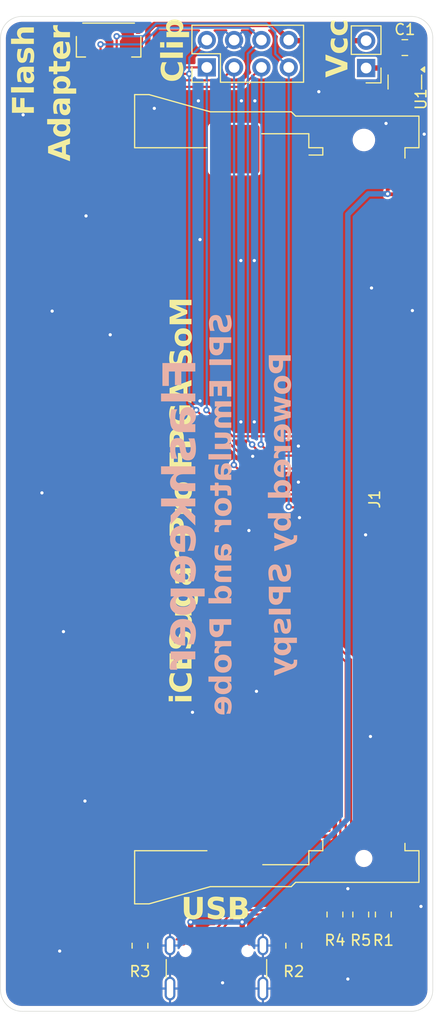
<source format=kicad_pcb>
(kicad_pcb (version 20241229) (generator "pcbnew") (generator_version "9.0")
  (layers (0 "F.Cu" signal) (2 "B.Cu" signal) (13 "F.Paste" user) (15 "B.Paste" user) (5 "F.SilkS" user "F.Silkscreen") (7 "B.SilkS" user "B.Silkscreen") (1 "F.Mask" user) (3 "B.Mask" user) (25 "Edge.Cuts" user))
  (net 0 "")
  (net 1 "+3V3")
  (net 2 "GND")
  (net 8 "CLK")
  (net 10 "+5V")
  (net 49 "Net-(J3-Pin_8)")
  (net 74 "{slash}CS")
  (net 110 "DO")
  (net 117 "DI")
  (net 124 "{slash}HOLD")
  (net 126 "FPGA_D+")
  (net 160 "FPGA_D-")
  (net 181 "Net-(J2-CC2)")
  (net 182 "Net-(J2-D+-PadA6)")
  (net 184 "Net-(J2-CC1)")
  (net 185 "Net-(J2-D--PadA7)")
  (net 187 "{slash}WP")
  (net 188 "FPGA_D+_PULL")
  (footprint "flashkeeper:TE_2328702-8" (layer "F.Cu") (at 82.6 43.225 180)
    (property "Reference" "J4" (hide yes))
    (property "Value" "FFC" (hide yes))
    (pad "1" smd rect (at -3.5 0 180) (size 0.3 0.8) (layers "F.Cu" "F.Mask" "F.Paste") (net 49 "Net-(J3-Pin_8)"))
    (pad "2" smd rect (at -3 0 180) (size 0.3 0.8) (layers "F.Cu" "F.Mask" "F.Paste") (net 74 "{slash}CS"))
    (pad "3" smd rect (at -2.5 0 180) (size 0.3 0.8) (layers "F.Cu" "F.Mask" "F.Paste") (net 124 "{slash}HOLD"))
    (pad "4" smd rect (at -2 0 180) (size 0.3 0.8) (layers "F.Cu" "F.Mask" "F.Paste") (net 110 "DO"))
    (pad "5" smd rect (at -1.5 0 180) (size 0.3 0.8) (layers "F.Cu" "F.Mask" "F.Paste") (net 187 "{slash}WP"))
    (pad "6" smd rect (at -1 0 180) (size 0.3 0.8) (layers "F.Cu" "F.Mask" "F.Paste") (net 8 "CLK"))
    (pad "7" smd rect (at -0.5 0 180) (size 0.3 0.8) (layers "F.Cu" "F.Mask" "F.Paste") (net 2 "GND"))
    (pad "8" smd rect (at 0 0 180) (size 0.3 0.8) (layers "F.Cu" "F.Mask" "F.Paste") (net 117 "DI"))
    (pad "S1" smd rect (at -4.5 2.5 180) (size 0.4 0.8) (layers "F.Cu" "F.Mask" "F.Paste"))
    (pad "S2" smd rect (at 1 2.5 180) (size 0.4 0.8) (layers "F.Cu" "F.Mask" "F.Paste"))
  )
  (footprint "Resistor_SMD:R_0805_2012Metric" (layer "F.Cu") (at 107.8 123 -90)
    (property "Reference" "R5" (at 2.4 0 180) (layer "F.SilkS"))
    (property "Value" "27")
    (pad "1" smd roundrect (at -0.9125 0 270) (size 1.025 1.4) (layers "F.Cu" "F.Mask" "F.Paste") (roundrect_rratio 0.243902) (net 126 "FPGA_D+"))
    (pad "2" smd roundrect (at 0.9125 0 270) (size 1.025 1.4) (layers "F.Cu" "F.Mask" "F.Paste") (roundrect_rratio 0.243902) (net 182 "Net-(J2-D+-PadA6)"))
  )
  (footprint "Capacitor_SMD:C_0805_2012Metric" (layer "F.Cu") (at 111.9 42.4)
    (property "Reference" "C1" (at 0 -1.68 0) (layer "F.SilkS"))
    (property "Value" "0.1uF")
    (pad "1" smd roundrect (at -0.95 0) (size 1 1.45) (layers "F.Cu" "F.Mask" "F.Paste") (net 1 "+3V3"))
    (pad "2" smd roundrect (at 0.95 0) (size 1 1.45) (layers "F.Cu" "F.Mask" "F.Paste") (net 2 "GND"))
  )
  (footprint "Connector_PinHeader_2.54mm:PinHeader_1x02_P2.54mm_Vertical" (layer "F.Cu") (at 108.3 44.3 180)
    (property "Reference" "JP1" (hide yes))
    (property "Value" "Jumper_2_Bridged")
    (pad "1" thru_hole rect (at 0 0 180) (size 1.7 1.7) (drill 1) (layers "*.Cu" "*.Mask") (net 1 "+3V3"))
    (pad "2" thru_hole circle (at 0 2.54 180) (size 1.7 1.7) (drill 1) (layers "*.Cu" "*.Mask") (net 49 "Net-(J3-Pin_8)"))
  )
  (footprint "Connector_PinHeader_2.54mm:PinHeader_2x04_P2.54mm_Vertical" (layer "F.Cu") (at 93.48 44.24 90)
    (property "Reference" "J3" (hide yes))
    (property "Value" "Header_2x4" (hide yes))
    (pad "1" thru_hole rect (at 0 0 90) (size 1.7 1.7) (drill 1) (layers "*.Cu" "*.Mask") (net 74 "{slash}CS"))
    (pad "2" thru_hole circle (at 2.54 0 90) (size 1.7 1.7) (drill 1) (layers "*.Cu" "*.Mask") (net 110 "DO"))
    (pad "3" thru_hole circle (at 0 2.54 90) (size 1.7 1.7) (drill 1) (layers "*.Cu" "*.Mask") (net 187 "{slash}WP"))
    (pad "4" thru_hole circle (at 2.54 2.54 90) (size 1.7 1.7) (drill 1) (layers "*.Cu" "*.Mask") (net 2 "GND"))
    (pad "5" thru_hole circle (at 0 5.08 90) (size 1.7 1.7) (drill 1) (layers "*.Cu" "*.Mask") (net 117 "DI"))
    (pad "6" thru_hole circle (at 2.54 5.08 90) (size 1.7 1.7) (drill 1) (layers "*.Cu" "*.Mask") (net 8 "CLK"))
    (pad "7" thru_hole circle (at 0 7.62 90) (size 1.7 1.7) (drill 1) (layers "*.Cu" "*.Mask") (net 124 "{slash}HOLD"))
    (pad "8" thru_hole circle (at 2.54 7.62 90) (size 1.7 1.7) (drill 1) (layers "*.Cu" "*.Mask") (net 49 "Net-(J3-Pin_8)"))
  )
  (footprint "Resistor_SMD:R_0805_2012Metric" (layer "F.Cu") (at 105.4 123 -90)
    (property "Reference" "R4" (at 2.4 0 180) (layer "F.SilkS"))
    (property "Value" "27")
    (pad "1" smd roundrect (at -0.9125 0 270) (size 1.025 1.4) (layers "F.Cu" "F.Mask" "F.Paste") (roundrect_rratio 0.243902) (net 160 "FPGA_D-"))
    (pad "2" smd roundrect (at 0.9125 0 270) (size 1.025 1.4) (layers "F.Cu" "F.Mask" "F.Paste") (roundrect_rratio 0.243902) (net 185 "Net-(J2-D--PadA7)"))
  )
  (footprint "Package_TO_SOT_SMD:SOT-23" (layer "F.Cu") (at 111.9 45.6 -90)
    (property "Reference" "U1" (at 1.6 -1.5 90) (layer "F.SilkS"))
    (property "Value" "MCP1700x-330xxTT")
    (pad "1" smd roundrect (at -0.9375 -0.95 270) (size 1.475 0.6) (layers "F.Cu" "F.Mask" "F.Paste") (net 2 "GND"))
    (pad "2" smd roundrect (at -0.9375 0.95 270) (size 1.475 0.6) (layers "F.Cu" "F.Mask" "F.Paste") (net 1 "+3V3"))
    (pad "3" smd roundrect (at 0.9375 0 270) (size 1.475 0.6) (layers "F.Cu" "F.Mask" "F.Paste") (net 10 "+5V"))
  )
  (footprint "Resistor_SMD:R_0805_2012Metric" (layer "F.Cu") (at 87.27 125.9 90)
    (property "Reference" "R3" (at -2.4 0 0) (layer "F.SilkS"))
    (property "Value" "5.1k")
    (pad "1" smd roundrect (at -0.9125 0 90) (size 1.025 1.4) (layers "F.Cu" "F.Mask" "F.Paste") (roundrect_rratio 0.243902) (net 184 "Net-(J2-CC1)"))
    (pad "2" smd roundrect (at 0.9125 0 90) (size 1.025 1.4) (layers "F.Cu" "F.Mask" "F.Paste") (roundrect_rratio 0.243902) (net 2 "GND"))
  )
  (footprint "flashkeeper:USB4215-03-A" (layer "F.Cu") (at 94.38 128.99)
    (property "Reference" "J2" (hide yes))
    (property "Value" "USB_C_Receptacle_USB2.0_16P" (hide yes))
    (pad "" np_thru_hole circle (at -2.89 -2.605) (size 0.65 0.65) (drill 0.65) (layers "*.Cu" "*.Mask"))
    (pad "" np_thru_hole circle (at 2.89 -2.605) (size 0.65 0.65) (drill 0.65) (layers "*.Cu" "*.Mask"))
    (pad "A1" smd roundrect (at -3.2 -3.68) (size 0.6 1.15) (layers "F.Cu" "F.Mask" "F.Paste") (net 2 "GND"))
    (pad "A4" smd roundrect (at -2.4 -3.68) (size 0.6 1.15) (layers "F.Cu" "F.Mask" "F.Paste") (net 10 "+5V"))
    (pad "A5" smd roundrect (at -1.25 -3.68) (size 0.3 1.15) (layers "F.Cu" "F.Mask" "F.Paste") (net 184 "Net-(J2-CC1)"))
    (pad "A6" smd roundrect (at -0.25 -3.68) (size 0.3 1.15) (layers "F.Cu" "F.Mask" "F.Paste") (net 182 "Net-(J2-D+-PadA6)"))
    (pad "A7" smd roundrect (at 0.25 -3.68) (size 0.3 1.15) (layers "F.Cu" "F.Mask" "F.Paste") (net 185 "Net-(J2-D--PadA7)"))
    (pad "A8" smd roundrect (at 1.25 -3.68) (size 0.3 1.15) (layers "F.Cu" "F.Mask" "F.Paste"))
    (pad "A9" smd roundrect (at 2.4 -3.68) (size 0.6 1.15) (layers "F.Cu" "F.Mask" "F.Paste") (net 10 "+5V"))
    (pad "A12" smd roundrect (at 3.2 -3.68) (size 0.6 1.15) (layers "F.Cu" "F.Mask" "F.Paste") (net 2 "GND"))
    (pad "B1" smd roundrect (at 3.2 -3.68) (size 0.6 1.15) (layers "F.Cu" "F.Mask" "F.Paste") (net 2 "GND"))
    (pad "B4" smd roundrect (at 2.4 -3.68) (size 0.6 1.15) (layers "F.Cu" "F.Mask" "F.Paste") (net 10 "+5V"))
    (pad "B5" smd roundrect (at 1.75 -3.68) (size 0.3 1.15) (layers "F.Cu" "F.Mask" "F.Paste") (net 181 "Net-(J2-CC2)"))
    (pad "B6" smd roundrect (at 0.75 -3.68) (size 0.3 1.15) (layers "F.Cu" "F.Mask" "F.Paste") (net 182 "Net-(J2-D+-PadA6)"))
    (pad "B7" smd roundrect (at -0.75 -3.68) (size 0.3 1.15) (layers "F.Cu" "F.Mask" "F.Paste") (net 185 "Net-(J2-D--PadA7)"))
    (pad "B8" smd roundrect (at -1.75 -3.68) (size 0.3 1.15) (layers "F.Cu" "F.Mask" "F.Paste"))
    (pad "B9" smd roundrect (at -2.4 -3.68) (size 0.6 1.15) (layers "F.Cu" "F.Mask" "F.Paste") (net 10 "+5V"))
    (pad "B12" smd roundrect (at -3.2 -3.68) (size 0.6 1.15) (layers "F.Cu" "F.Mask" "F.Paste") (net 2 "GND"))
    (pad "S1" thru_hole oval (at -4.32 -3.105) (size 1 1.8) (drill oval 0.6 1.4) (property pad_prop_heatsink) (layers "*.Cu" "*.Mask" "F.Paste") (net 2 "GND"))
    (pad "S1" thru_hole oval (at -4.32 0.895) (size 1 2.2) (drill oval 0.6 1.8) (property pad_prop_heatsink) (layers "*.Cu" "*.Mask" "F.Paste") (net 2 "GND"))
    (pad "S1" thru_hole oval (at 4.32 -3.105) (size 1 1.8) (drill oval 0.6 1.4) (property pad_prop_heatsink) (layers "*.Cu" "*.Mask" "F.Paste") (net 2 "GND"))
    (pad "S1" thru_hole oval (at 4.32 0.895) (size 1 2.2) (drill oval 0.6 1.8) (property pad_prop_heatsink) (layers "*.Cu" "*.Mask" "F.Paste") (net 2 "GND"))
  )
  (footprint "flashkeeper:TE_DDR2-SODIMM-200_1565918-4" (layer "F.Cu") (at 112.69 84.39)
    (property "Reference" "J1" (at -3.6 0 90) (layer "F.SilkS"))
    (property "Value" "SODIMM-200")
    (pad "" smd roundrect (at -16.6 -32.55) (size 4.6 4.5) (layers "F.Cu" "F.Mask" "F.Paste") (roundrect_rratio 0.056))
    (pad "" smd roundrect (at -16.6 32.55) (size 4.6 4.5) (layers "F.Cu" "F.Mask" "F.Paste") (roundrect_rratio 0.056))
    (pad "" np_thru_hole circle (at -4.6 -33.4) (size 1.6 1.6) (drill 1.6) (layers "*.Cu"))
    (pad "" np_thru_hole circle (at -4.6 33.4) (size 1.1 1.1) (drill 1.1) (layers "*.Cu"))
    (pad "1" smd roundrect (at -8.7 -31.65) (size 2 0.35) (layers "F.Cu" "F.Mask" "F.Paste") (net 2 "GND"))
    (pad "2" smd roundrect (at -0.5 -31.35) (size 2 0.35) (layers "F.Cu" "F.Mask" "F.Paste") (net 10 "+5V"))
    (pad "3" smd roundrect (at -8.7 -31.05) (size 2 0.35) (layers "F.Cu" "F.Mask" "F.Paste") (net 2 "GND"))
    (pad "4" smd roundrect (at -0.5 -30.75) (size 2 0.35) (layers "F.Cu" "F.Mask" "F.Paste") (net 10 "+5V"))
    (pad "5" smd roundrect (at -8.7 -30.45) (size 2 0.35) (layers "F.Cu" "F.Mask" "F.Paste") (net 2 "GND"))
    (pad "6" smd roundrect (at -0.5 -30.15) (size 2 0.35) (layers "F.Cu" "F.Mask" "F.Paste") (net 10 "+5V"))
    (pad "7" smd roundrect (at -8.7 -29.85) (size 2 0.35) (layers "F.Cu" "F.Mask" "F.Paste") (net 2 "GND"))
    (pad "8" smd roundrect (at -0.5 -29.55) (size 2 0.35) (layers "F.Cu" "F.Mask" "F.Paste") (net 10 "+5V"))
    (pad "9" smd roundrect (at -8.7 -29.25) (size 2 0.35) (layers "F.Cu" "F.Mask" "F.Paste") (net 2 "GND"))
    (pad "10" smd roundrect (at -0.5 -28.95) (size 2 0.35) (layers "F.Cu" "F.Mask" "F.Paste") (net 10 "+5V"))
    (pad "11" smd roundrect (at -8.7 -28.65) (size 2 0.35) (layers "F.Cu" "F.Mask" "F.Paste") (net 2 "GND"))
    (pad "12" smd roundrect (at -0.5 -28.35) (size 2 0.35) (layers "F.Cu" "F.Mask" "F.Paste") (net 10 "+5V"))
    (pad "13" smd roundrect (at -8.7 -28.05) (size 2 0.35) (layers "F.Cu" "F.Mask" "F.Paste"))
    (pad "14" smd roundrect (at -0.5 -27.75) (size 2 0.35) (layers "F.Cu" "F.Mask" "F.Paste"))
    (pad "15" smd roundrect (at -8.7 -27.45) (size 2 0.35) (layers "F.Cu" "F.Mask" "F.Paste"))
    (pad "16" smd roundrect (at -0.5 -27.15) (size 2 0.35) (layers "F.Cu" "F.Mask" "F.Paste"))
    (pad "17" smd roundrect (at -8.7 -26.85) (size 2 0.35) (layers "F.Cu" "F.Mask" "F.Paste"))
    (pad "18" smd roundrect (at -0.5 -26.55) (size 2 0.35) (layers "F.Cu" "F.Mask" "F.Paste"))
    (pad "19" smd roundrect (at -8.7 -26.25) (size 2 0.35) (layers "F.Cu" "F.Mask" "F.Paste"))
    (pad "20" smd roundrect (at -0.5 -25.95) (size 2 0.35) (layers "F.Cu" "F.Mask" "F.Paste"))
    (pad "21" smd roundrect (at -8.7 -25.65) (size 2 0.35) (layers "F.Cu" "F.Mask" "F.Paste"))
    (pad "22" smd roundrect (at -0.5 -25.35) (size 2 0.35) (layers "F.Cu" "F.Mask" "F.Paste"))
    (pad "23" smd roundrect (at -8.7 -25.05) (size 2 0.35) (layers "F.Cu" "F.Mask" "F.Paste"))
    (pad "24" smd roundrect (at -0.5 -24.75) (size 2 0.35) (layers "F.Cu" "F.Mask" "F.Paste"))
    (pad "25" smd roundrect (at -8.7 -24.45) (size 2 0.35) (layers "F.Cu" "F.Mask" "F.Paste"))
    (pad "26" smd roundrect (at -0.5 -24.15) (size 2 0.35) (layers "F.Cu" "F.Mask" "F.Paste"))
    (pad "27" smd roundrect (at -8.7 -23.85) (size 2 0.35) (layers "F.Cu" "F.Mask" "F.Paste"))
    (pad "28" smd roundrect (at -0.5 -23.55) (size 2 0.35) (layers "F.Cu" "F.Mask" "F.Paste"))
    (pad "29" smd roundrect (at -8.7 -23.25) (size 2 0.35) (layers "F.Cu" "F.Mask" "F.Paste"))
    (pad "30" smd roundrect (at -0.5 -22.95) (size 2 0.35) (layers "F.Cu" "F.Mask" "F.Paste"))
    (pad "31" smd roundrect (at -8.7 -22.65) (size 2 0.35) (layers "F.Cu" "F.Mask" "F.Paste"))
    (pad "32" smd roundrect (at -0.5 -22.35) (size 2 0.35) (layers "F.Cu" "F.Mask" "F.Paste"))
    (pad "33" smd roundrect (at -8.7 -22.05) (size 2 0.35) (layers "F.Cu" "F.Mask" "F.Paste"))
    (pad "34" smd roundrect (at -0.5 -21.75) (size 2 0.35) (layers "F.Cu" "F.Mask" "F.Paste"))
    (pad "35" smd roundrect (at -8.7 -21.45) (size 2 0.35) (layers "F.Cu" "F.Mask" "F.Paste"))
    (pad "36" smd roundrect (at -0.5 -21.15) (size 2 0.35) (layers "F.Cu" "F.Mask" "F.Paste"))
    (pad "37" smd roundrect (at -8.7 -20.85) (size 2 0.35) (layers "F.Cu" "F.Mask" "F.Paste"))
    (pad "38" smd roundrect (at -0.5 -20.55) (size 2 0.35) (layers "F.Cu" "F.Mask" "F.Paste"))
    (pad "39" smd roundrect (at -8.7 -20.25) (size 2 0.35) (layers "F.Cu" "F.Mask" "F.Paste"))
    (pad "40" smd roundrect (at -0.5 -19.95) (size 2 0.35) (layers "F.Cu" "F.Mask" "F.Paste"))
    (pad "41" smd roundrect (at -8.7 -16.05) (size 2 0.35) (layers "F.Cu" "F.Mask" "F.Paste"))
    (pad "42" smd roundrect (at -0.5 -15.75) (size 2 0.35) (layers "F.Cu" "F.Mask" "F.Paste"))
    (pad "43" smd roundrect (at -8.7 -15.45) (size 2 0.35) (layers "F.Cu" "F.Mask" "F.Paste"))
    (pad "44" smd roundrect (at -0.5 -15.15) (size 2 0.35) (layers "F.Cu" "F.Mask" "F.Paste"))
    (pad "45" smd roundrect (at -8.7 -14.85) (size 2 0.35) (layers "F.Cu" "F.Mask" "F.Paste"))
    (pad "46" smd roundrect (at -0.5 -14.55) (size 2 0.35) (layers "F.Cu" "F.Mask" "F.Paste"))
    (pad "47" smd roundrect (at -8.7 -14.25) (size 2 0.35) (layers "F.Cu" "F.Mask" "F.Paste"))
    (pad "48" smd roundrect (at -0.5 -13.95) (size 2 0.35) (layers "F.Cu" "F.Mask" "F.Paste"))
    (pad "49" smd roundrect (at -8.7 -13.65) (size 2 0.35) (layers "F.Cu" "F.Mask" "F.Paste"))
    (pad "50" smd roundrect (at -0.5 -13.35) (size 2 0.35) (layers "F.Cu" "F.Mask" "F.Paste"))
    (pad "51" smd roundrect (at -8.7 -13.05) (size 2 0.35) (layers "F.Cu" "F.Mask" "F.Paste"))
    (pad "52" smd roundrect (at -0.5 -12.75) (size 2 0.35) (layers "F.Cu" "F.Mask" "F.Paste"))
    (pad "53" smd roundrect (at -8.7 -12.45) (size 2 0.35) (layers "F.Cu" "F.Mask" "F.Paste"))
    (pad "54" smd roundrect (at -0.5 -12.15) (size 2 0.35) (layers "F.Cu" "F.Mask" "F.Paste"))
    (pad "55" smd roundrect (at -8.7 -11.85) (size 2 0.35) (layers "F.Cu" "F.Mask" "F.Paste") (net 2 "GND"))
    (pad "56" smd roundrect (at -0.5 -11.55) (size 2 0.35) (layers "F.Cu" "F.Mask" "F.Paste") (net 2 "GND"))
    (pad "57" smd roundrect (at -8.7 -11.25) (size 2 0.35) (layers "F.Cu" "F.Mask" "F.Paste"))
    (pad "58" smd roundrect (at -0.5 -10.95) (size 2 0.35) (layers "F.Cu" "F.Mask" "F.Paste"))
    (pad "59" smd roundrect (at -8.7 -10.65) (size 2 0.35) (layers "F.Cu" "F.Mask" "F.Paste"))
    (pad "60" smd roundrect (at -0.5 -10.35) (size 2 0.35) (layers "F.Cu" "F.Mask" "F.Paste"))
    (pad "61" smd roundrect (at -8.7 -10.05) (size 2 0.35) (layers "F.Cu" "F.Mask" "F.Paste"))
    (pad "62" smd roundrect (at -0.5 -9.75) (size 2 0.35) (layers "F.Cu" "F.Mask" "F.Paste"))
    (pad "63" smd roundrect (at -8.7 -9.45) (size 2 0.35) (layers "F.Cu" "F.Mask" "F.Paste"))
    (pad "64" smd roundrect (at -0.5 -9.15) (size 2 0.35) (layers "F.Cu" "F.Mask" "F.Paste"))
    (pad "65" smd roundrect (at -8.7 -8.85) (size 2 0.35) (layers "F.Cu" "F.Mask" "F.Paste"))
    (pad "66" smd roundrect (at -0.5 -8.55) (size 2 0.35) (layers "F.Cu" "F.Mask" "F.Paste"))
    (pad "67" smd roundrect (at -8.7 -8.25) (size 2 0.35) (layers "F.Cu" "F.Mask" "F.Paste"))
    (pad "68" smd roundrect (at -0.5 -7.95) (size 2 0.35) (layers "F.Cu" "F.Mask" "F.Paste"))
    (pad "69" smd roundrect (at -8.7 -7.65) (size 2 0.35) (layers "F.Cu" "F.Mask" "F.Paste"))
    (pad "70" smd roundrect (at -0.5 -7.35) (size 2 0.35) (layers "F.Cu" "F.Mask" "F.Paste"))
    (pad "71" smd roundrect (at -8.7 -7.05) (size 2 0.35) (layers "F.Cu" "F.Mask" "F.Paste"))
    (pad "72" smd roundrect (at -0.5 -6.75) (size 2 0.35) (layers "F.Cu" "F.Mask" "F.Paste"))
    (pad "73" smd roundrect (at -8.7 -6.45) (size 2 0.35) (layers "F.Cu" "F.Mask" "F.Paste"))
    (pad "74" smd roundrect (at -0.5 -6.15) (size 2 0.35) (layers "F.Cu" "F.Mask" "F.Paste"))
    (pad "75" smd roundrect (at -8.7 -5.85) (size 2 0.35) (layers "F.Cu" "F.Mask" "F.Paste") (net 74 "{slash}CS"))
    (pad "76" smd roundrect (at -0.5 -5.55) (size 2 0.35) (layers "F.Cu" "F.Mask" "F.Paste"))
    (pad "77" smd roundrect (at -8.7 -5.25) (size 2 0.35) (layers "F.Cu" "F.Mask" "F.Paste"))
    (pad "78" smd roundrect (at -0.5 -4.95) (size 2 0.35) (layers "F.Cu" "F.Mask" "F.Paste"))
    (pad "79" smd roundrect (at -8.7 -4.65) (size 2 0.35) (layers "F.Cu" "F.Mask" "F.Paste"))
    (pad "80" smd roundrect (at -0.5 -4.35) (size 2 0.35) (layers "F.Cu" "F.Mask" "F.Paste"))
    (pad "81" smd roundrect (at -8.7 -4.05) (size 2 0.35) (layers "F.Cu" "F.Mask" "F.Paste") (net 117 "DI"))
    (pad "82" smd roundrect (at -0.5 -3.75) (size 2 0.35) (layers "F.Cu" "F.Mask" "F.Paste"))
    (pad "83" smd roundrect (at -8.7 -3.45) (size 2 0.35) (layers "F.Cu" "F.Mask" "F.Paste"))
    (pad "84" smd roundrect (at -0.5 -3.15) (size 2 0.35) (layers "F.Cu" "F.Mask" "F.Paste"))
    (pad "85" smd roundrect (at -8.7 -2.85) (size 2 0.35) (layers "F.Cu" "F.Mask" "F.Paste") (net 8 "CLK"))
    (pad "86" smd roundrect (at -0.5 -2.55) (size 2 0.35) (layers "F.Cu" "F.Mask" "F.Paste"))
    (pad "87" smd roundrect (at -8.7 -2.25) (size 2 0.35) (layers "F.Cu" "F.Mask" "F.Paste"))
    (pad "88" smd roundrect (at -0.5 -1.95) (size 2 0.35) (layers "F.Cu" "F.Mask" "F.Paste"))
    (pad "89" smd roundrect (at -8.7 -1.65) (size 2 0.35) (layers "F.Cu" "F.Mask" "F.Paste"))
    (pad "90" smd roundrect (at -0.5 -1.35) (size 2 0.35) (layers "F.Cu" "F.Mask" "F.Paste"))
    (pad "91" smd roundrect (at -8.7 -1.05) (size 2 0.35) (layers "F.Cu" "F.Mask" "F.Paste"))
    (pad "92" smd roundrect (at -0.5 -0.75) (size 2 0.35) (layers "F.Cu" "F.Mask" "F.Paste"))
    (pad "93" smd roundrect (at -8.7 -0.45) (size 2 0.35) (layers "F.Cu" "F.Mask" "F.Paste") (net 110 "DO"))
    (pad "94" smd roundrect (at -0.5 -0.15) (size 2 0.35) (layers "F.Cu" "F.Mask" "F.Paste"))
    (pad "95" smd roundrect (at -8.7 0.15) (size 2 0.35) (layers "F.Cu" "F.Mask" "F.Paste"))
    (pad "96" smd roundrect (at -0.5 0.45) (size 2 0.35) (layers "F.Cu" "F.Mask" "F.Paste"))
    (pad "97" smd roundrect (at -8.7 0.75) (size 2 0.35) (layers "F.Cu" "F.Mask" "F.Paste") (net 124 "{slash}HOLD"))
    (pad "98" smd roundrect (at -0.5 1.05) (size 2 0.35) (layers "F.Cu" "F.Mask" "F.Paste"))
    (pad "99" smd roundrect (at -8.7 1.35) (size 2 0.35) (layers "F.Cu" "F.Mask" "F.Paste"))
    (pad "100" smd roundrect (at -0.5 1.65) (size 2 0.35) (layers "F.Cu" "F.Mask" "F.Paste"))
    (pad "101" smd roundrect (at -8.7 1.95) (size 2 0.35) (layers "F.Cu" "F.Mask" "F.Paste"))
    (pad "102" smd roundrect (at -0.5 2.25) (size 2 0.35) (layers "F.Cu" "F.Mask" "F.Paste"))
    (pad "103" smd roundrect (at -8.7 2.55) (size 2 0.35) (layers "F.Cu" "F.Mask" "F.Paste") (net 187 "{slash}WP"))
    (pad "104" smd roundrect (at -0.5 2.85) (size 2 0.35) (layers "F.Cu" "F.Mask" "F.Paste"))
    (pad "105" smd roundrect (at -8.7 3.15) (size 2 0.35) (layers "F.Cu" "F.Mask" "F.Paste") (net 2 "GND"))
    (pad "106" smd roundrect (at -0.5 3.45) (size 2 0.35) (layers "F.Cu" "F.Mask" "F.Paste") (net 2 "GND"))
    (pad "107" smd roundrect (at -8.7 3.75) (size 2 0.35) (layers "F.Cu" "F.Mask" "F.Paste") (net 2 "GND"))
    (pad "108" smd roundrect (at -0.5 4.05) (size 2 0.35) (layers "F.Cu" "F.Mask" "F.Paste") (net 2 "GND"))
    (pad "109" smd roundrect (at -8.7 4.35) (size 2 0.35) (layers "F.Cu" "F.Mask" "F.Paste"))
    (pad "110" smd roundrect (at -0.5 4.65) (size 2 0.35) (layers "F.Cu" "F.Mask" "F.Paste"))
    (pad "111" smd roundrect (at -8.7 4.95) (size 2 0.35) (layers "F.Cu" "F.Mask" "F.Paste"))
    (pad "112" smd roundrect (at -0.5 5.25) (size 2 0.35) (layers "F.Cu" "F.Mask" "F.Paste"))
    (pad "113" smd roundrect (at -8.7 5.55) (size 2 0.35) (layers "F.Cu" "F.Mask" "F.Paste"))
    (pad "114" smd roundrect (at -0.5 5.85) (size 2 0.35) (layers "F.Cu" "F.Mask" "F.Paste"))
    (pad "115" smd roundrect (at -8.7 6.15) (size 2 0.35) (layers "F.Cu" "F.Mask" "F.Paste"))
    (pad "116" smd roundrect (at -0.5 6.45) (size 2 0.35) (layers "F.Cu" "F.Mask" "F.Paste"))
    (pad "117" smd roundrect (at -8.7 6.75) (size 2 0.35) (layers "F.Cu" "F.Mask" "F.Paste"))
    (pad "118" smd roundrect (at -0.5 7.05) (size 2 0.35) (layers "F.Cu" "F.Mask" "F.Paste"))
    (pad "119" smd roundrect (at -8.7 7.35) (size 2 0.35) (layers "F.Cu" "F.Mask" "F.Paste"))
    (pad "120" smd roundrect (at -0.5 7.65) (size 2 0.35) (layers "F.Cu" "F.Mask" "F.Paste"))
    (pad "121" smd roundrect (at -8.7 7.95) (size 2 0.35) (layers "F.Cu" "F.Mask" "F.Paste"))
    (pad "122" smd roundrect (at -0.5 8.25) (size 2 0.35) (layers "F.Cu" "F.Mask" "F.Paste"))
    (pad "123" smd roundrect (at -8.7 8.55) (size 2 0.35) (layers "F.Cu" "F.Mask" "F.Paste"))
    (pad "124" smd roundrect (at -0.5 8.85) (size 2 0.35) (layers "F.Cu" "F.Mask" "F.Paste"))
    (pad "125" smd roundrect (at -8.7 9.15) (size 2 0.35) (layers "F.Cu" "F.Mask" "F.Paste"))
    (pad "126" smd roundrect (at -0.5 9.45) (size 2 0.35) (layers "F.Cu" "F.Mask" "F.Paste"))
    (pad "127" smd roundrect (at -8.7 9.75) (size 2 0.35) (layers "F.Cu" "F.Mask" "F.Paste"))
    (pad "128" smd roundrect (at -0.5 10.05) (size 2 0.35) (layers "F.Cu" "F.Mask" "F.Paste"))
    (pad "129" smd roundrect (at -8.7 10.35) (size 2 0.35) (layers "F.Cu" "F.Mask" "F.Paste"))
    (pad "130" smd roundrect (at -0.5 10.65) (size 2 0.35) (layers "F.Cu" "F.Mask" "F.Paste"))
    (pad "131" smd roundrect (at -8.7 10.95) (size 2 0.35) (layers "F.Cu" "F.Mask" "F.Paste"))
    (pad "132" smd roundrect (at -0.5 11.25) (size 2 0.35) (layers "F.Cu" "F.Mask" "F.Paste"))
    (pad "133" smd roundrect (at -8.7 11.55) (size 2 0.35) (layers "F.Cu" "F.Mask" "F.Paste"))
    (pad "134" smd roundrect (at -0.5 11.85) (size 2 0.35) (layers "F.Cu" "F.Mask" "F.Paste"))
    (pad "135" smd roundrect (at -8.7 12.15) (size 2 0.35) (layers "F.Cu" "F.Mask" "F.Paste"))
    (pad "136" smd roundrect (at -0.5 12.45) (size 2 0.35) (layers "F.Cu" "F.Mask" "F.Paste"))
    (pad "137" smd roundrect (at -8.7 12.75) (size 2 0.35) (layers "F.Cu" "F.Mask" "F.Paste"))
    (pad "138" smd roundrect (at -0.5 13.05) (size 2 0.35) (layers "F.Cu" "F.Mask" "F.Paste"))
    (pad "139" smd roundrect (at -8.7 13.35) (size 2 0.35) (layers "F.Cu" "F.Mask" "F.Paste"))
    (pad "140" smd roundrect (at -0.5 13.65) (size 2 0.35) (layers "F.Cu" "F.Mask" "F.Paste"))
    (pad "141" smd roundrect (at -8.7 13.95) (size 2 0.35) (layers "F.Cu" "F.Mask" "F.Paste") (net 188 "FPGA_D+_PULL"))
    (pad "142" smd roundrect (at -0.5 14.25) (size 2 0.35) (layers "F.Cu" "F.Mask" "F.Paste"))
    (pad "143" smd roundrect (at -8.7 14.55) (size 2 0.35) (layers "F.Cu" "F.Mask" "F.Paste") (net 160 "FPGA_D-"))
    (pad "144" smd roundrect (at -0.5 14.85) (size 2 0.35) (layers "F.Cu" "F.Mask" "F.Paste"))
    (pad "145" smd roundrect (at -8.7 15.15) (size 2 0.35) (layers "F.Cu" "F.Mask" "F.Paste") (net 126 "FPGA_D+"))
    (pad "146" smd roundrect (at -0.5 15.45) (size 2 0.35) (layers "F.Cu" "F.Mask" "F.Paste"))
    (pad "147" smd roundrect (at -8.7 15.75) (size 2 0.35) (layers "F.Cu" "F.Mask" "F.Paste"))
    (pad "148" smd roundrect (at -0.5 16.05) (size 2 0.35) (layers "F.Cu" "F.Mask" "F.Paste"))
    (pad "149" smd roundrect (at -8.7 16.35) (size 2 0.35) (layers "F.Cu" "F.Mask" "F.Paste"))
    (pad "150" smd roundrect (at -0.5 16.65) (size 2 0.35) (layers "F.Cu" "F.Mask" "F.Paste"))
    (pad "151" smd roundrect (at -8.7 16.95) (size 2 0.35) (layers "F.Cu" "F.Mask" "F.Paste"))
    (pad "152" smd roundrect (at -0.5 17.25) (size 2 0.35) (layers "F.Cu" "F.Mask" "F.Paste"))
    (pad "153" smd roundrect (at -8.7 17.55) (size 2 0.35) (layers "F.Cu" "F.Mask" "F.Paste"))
    (pad "154" smd roundrect (at -0.5 17.85) (size 2 0.35) (layers "F.Cu" "F.Mask" "F.Paste"))
    (pad "155" smd roundrect (at -8.7 18.15) (size 2 0.35) (layers "F.Cu" "F.Mask" "F.Paste"))
    (pad "156" smd roundrect (at -0.5 18.45) (size 2 0.35) (layers "F.Cu" "F.Mask" "F.Paste"))
    (pad "157" smd roundrect (at -8.7 18.75) (size 2 0.35) (layers "F.Cu" "F.Mask" "F.Paste") (net 2 "GND"))
    (pad "158" smd roundrect (at -0.5 19.05) (size 2 0.35) (layers "F.Cu" "F.Mask" "F.Paste") (net 2 "GND"))
    (pad "159" smd roundrect (at -8.7 19.35) (size 2 0.35) (layers "F.Cu" "F.Mask" "F.Paste"))
    (pad "160" smd roundrect (at -0.5 19.65) (size 2 0.35) (layers "F.Cu" "F.Mask" "F.Paste"))
    (pad "161" smd roundrect (at -8.7 19.95) (size 2 0.35) (layers "F.Cu" "F.Mask" "F.Paste"))
    (pad "162" smd roundrect (at -0.5 20.25) (size 2 0.35) (layers "F.Cu" "F.Mask" "F.Paste"))
    (pad "163" smd roundrect (at -8.7 20.55) (size 2 0.35) (layers "F.Cu" "F.Mask" "F.Paste"))
    (pad "164" smd roundrect (at -0.5 20.85) (size 2 0.35) (layers "F.Cu" "F.Mask" "F.Paste"))
    (pad "165" smd roundrect (at -8.7 21.15) (size 2 0.35) (layers "F.Cu" "F.Mask" "F.Paste"))
    (pad "166" smd roundrect (at -0.5 21.45) (size 2 0.35) (layers "F.Cu" "F.Mask" "F.Paste"))
    (pad "167" smd roundrect (at -8.7 21.75) (size 2 0.35) (layers "F.Cu" "F.Mask" "F.Paste"))
    (pad "168" smd roundrect (at -0.5 22.05) (size 2 0.35) (layers "F.Cu" "F.Mask" "F.Paste"))
    (pad "169" smd roundrect (at -8.7 22.35) (size 2 0.35) (layers "F.Cu" "F.Mask" "F.Paste"))
    (pad "170" smd roundrect (at -0.5 22.65) (size 2 0.35) (layers "F.Cu" "F.Mask" "F.Paste"))
    (pad "171" smd roundrect (at -8.7 22.95) (size 2 0.35) (layers "F.Cu" "F.Mask" "F.Paste"))
    (pad "172" smd roundrect (at -0.5 23.25) (size 2 0.35) (layers "F.Cu" "F.Mask" "F.Paste"))
    (pad "173" smd roundrect (at -8.7 23.55) (size 2 0.35) (layers "F.Cu" "F.Mask" "F.Paste"))
    (pad "174" smd roundrect (at -0.5 23.85) (size 2 0.35) (layers "F.Cu" "F.Mask" "F.Paste"))
    (pad "175" smd roundrect (at -8.7 24.15) (size 2 0.35) (layers "F.Cu" "F.Mask" "F.Paste"))
    (pad "176" smd roundrect (at -0.5 24.45) (size 2 0.35) (layers "F.Cu" "F.Mask" "F.Paste"))
    (pad "177" smd roundrect (at -8.7 24.75) (size 2 0.35) (layers "F.Cu" "F.Mask" "F.Paste"))
    (pad "178" smd roundrect (at -0.5 25.05) (size 2 0.35) (layers "F.Cu" "F.Mask" "F.Paste"))
    (pad "179" smd roundrect (at -8.7 25.35) (size 2 0.35) (layers "F.Cu" "F.Mask" "F.Paste"))
    (pad "180" smd roundrect (at -0.5 25.65) (size 2 0.35) (layers "F.Cu" "F.Mask" "F.Paste"))
    (pad "181" smd roundrect (at -8.7 25.95) (size 2 0.35) (layers "F.Cu" "F.Mask" "F.Paste"))
    (pad "182" smd roundrect (at -0.5 26.25) (size 2 0.35) (layers "F.Cu" "F.Mask" "F.Paste"))
    (pad "183" smd roundrect (at -8.7 26.55) (size 2 0.35) (layers "F.Cu" "F.Mask" "F.Paste"))
    (pad "184" smd roundrect (at -0.5 26.85) (size 2 0.35) (layers "F.Cu" "F.Mask" "F.Paste"))
    (pad "185" smd roundrect (at -8.7 27.15) (size 2 0.35) (layers "F.Cu" "F.Mask" "F.Paste"))
    (pad "186" smd roundrect (at -0.5 27.45) (size 2 0.35) (layers "F.Cu" "F.Mask" "F.Paste"))
    (pad "187" smd roundrect (at -8.7 27.75) (size 2 0.35) (layers "F.Cu" "F.Mask" "F.Paste"))
    (pad "188" smd roundrect (at -0.5 28.05) (size 2 0.35) (layers "F.Cu" "F.Mask" "F.Paste"))
    (pad "189" smd roundrect (at -8.7 28.35) (size 2 0.35) (layers "F.Cu" "F.Mask" "F.Paste"))
    (pad "190" smd roundrect (at -0.5 28.65) (size 2 0.35) (layers "F.Cu" "F.Mask" "F.Paste"))
    (pad "191" smd roundrect (at -8.7 28.95) (size 2 0.35) (layers "F.Cu" "F.Mask" "F.Paste"))
    (pad "192" smd roundrect (at -0.5 29.25) (size 2 0.35) (layers "F.Cu" "F.Mask" "F.Paste"))
    (pad "193" smd roundrect (at -8.7 29.55) (size 2 0.35) (layers "F.Cu" "F.Mask" "F.Paste"))
    (pad "194" smd roundrect (at -0.5 29.85) (size 2 0.35) (layers "F.Cu" "F.Mask" "F.Paste"))
    (pad "195" smd roundrect (at -8.7 30.15) (size 2 0.35) (layers "F.Cu" "F.Mask" "F.Paste"))
    (pad "196" smd roundrect (at -0.5 30.45) (size 2 0.35) (layers "F.Cu" "F.Mask" "F.Paste"))
    (pad "197" smd roundrect (at -8.7 30.75) (size 2 0.35) (layers "F.Cu" "F.Mask" "F.Paste"))
    (pad "198" smd roundrect (at -0.5 31.05) (size 2 0.35) (layers "F.Cu" "F.Mask" "F.Paste"))
    (pad "199" smd roundrect (at -8.7 31.35) (size 2 0.35) (layers "F.Cu" "F.Mask" "F.Paste") (net 2 "GND"))
    (pad "200" smd roundrect (at -0.5 31.65) (size 2 0.35) (layers "F.Cu" "F.Mask" "F.Paste") (net 2 "GND"))
  )
  (footprint "Resistor_SMD:R_0805_2012Metric" (layer "F.Cu") (at 101.57 125.9 90)
    (property "Reference" "R2" (at -2.4 0 0) (layer "F.SilkS"))
    (property "Value" "5.1k")
    (pad "1" smd roundrect (at -0.9125 0 90) (size 1.025 1.4) (layers "F.Cu" "F.Mask" "F.Paste") (roundrect_rratio 0.243902) (net 181 "Net-(J2-CC2)"))
    (pad "2" smd roundrect (at 0.9125 0 90) (size 1.025 1.4) (layers "F.Cu" "F.Mask" "F.Paste") (roundrect_rratio 0.243902) (net 2 "GND"))
  )
  (footprint "Resistor_SMD:R_0805_2012Metric" (layer "F.Cu") (at 109.9 123 -90)
    (property "Reference" "R1" (at 2.4 0 0) (layer "F.SilkS"))
    (property "Value" "1.5k")
    (pad "1" smd roundrect (at -0.9125 0 270) (size 1.025 1.4) (layers "F.Cu" "F.Mask" "F.Paste") (roundrect_rratio 0.243902) (net 188 "FPGA_D+_PULL"))
    (pad "2" smd roundrect (at 0.9125 0 270) (size 1.025 1.4) (layers "F.Cu" "F.Mask" "F.Paste") (roundrect_rratio 0.243902) (net 126 "FPGA_D+"))
  )
  (gr_arc (start 76.3 132) (mid 74.885786 131.414214) (end 74.3 130) (stroke (width 0.05)) (layer "Edge.Cuts"))
  (gr_arc (start 74.3 41.5) (mid 74.885786 40.085786) (end 76.3 39.5) (stroke (width 0.05)) (layer "Edge.Cuts"))
  (gr_arc (start 114.5 130) (mid 113.914214 131.414214) (end 112.5 132) (stroke (width 0.05)) (layer "Edge.Cuts"))
  (gr_arc (start 112.5 39.5) (mid 113.914214 40.085786) (end 114.5 41.5) (stroke (width 0.05)) (layer "Edge.Cuts"))
  (gr_line (start 114.5 130) (end 114.5 41.5) (stroke (width 0.05)) (layer "Edge.Cuts"))
  (gr_line (start 112.5 39.5) (end 76.3 39.5) (stroke (width 0.05)) (layer "Edge.Cuts"))
  (gr_line (start 74.3 41.5) (end 74.3 130) (stroke (width 0.05)) (layer "Edge.Cuts"))
  (gr_line (start 76.3 132) (end 112.5 132) (stroke (width 0.05)) (layer "Edge.Cuts"))
  (gr_text "Flash\nAdapter" (at 81.1 40.3 90) (layer "F.SilkS") (effects (font (size 2 2) (thickness 0.3) (bold yes)) (justify right bottom)))
  (gr_text "USB" (at 94.3 123.75 0) (layer "F.SilkS") (effects (font (size 2 2) (thickness 0.3) (bold yes)) (justify bottom)))
  (gr_text "iCESugar-Pro FPGA SoM" (at 92.4 84.5 90) (layer "F.SilkS") (effects (font (size 2 2) (thickness 0.3) (bold yes)) (justify bottom)))
  (gr_text "Vcc" (at 106.9 42.45 90) (layer "F.SilkS") (effects (font (size 2 2) (thickness 0.3) (bold yes)) (justify bottom)))
  (gr_text "Clip" (at 91.6 42.65 90) (layer "F.SilkS") (effects (font (size 2 2) (thickness 0.3) (bold yes)) (justify bottom)))
  (gr_text "Flashkeeper" (at 92.925 85.799998 90) (layer "B.SilkS") (effects (font (size 3 3) (thickness 0.3) (bold yes)) (justify bottom mirror)))
  (gr_text "Powered by SPIspy" (at 101.625 85.8 90) (layer "B.SilkS") (effects (font (size 2 2) (thickness 0.3) (bold yes)) (justify bottom mirror)))
  (gr_text "SPI Emulator and Probe" (at 96.1 85.799998 90) (layer "B.SilkS") (effects (font (size 2 2) (thickness 0.3) (bold yes)) (justify bottom mirror)))
  (segment (start 109.7 44.3) (end 108.3 44.3) (width 0.5) (layer "F.Cu") (net 1))
  (segment (start 110.95 42.4) (end 110.95 44.6625) (width 0.5) (layer "F.Cu") (net 1))
  (segment (start 110.0625 44.6625) (end 109.7 44.3) (width 0.5) (layer "F.Cu") (net 1))
  (segment (start 108.3 44.3) (end 108.5 44.5) (width 0.35) (layer "F.Cu") (net 1))
  (segment (start 110.95 44.6625) (end 110.0625 44.6625) (width 0.5) (layer "F.Cu") (net 1))
  (via (at 88.6 48.05) (size 0.6) (drill 0.3) (layers "F.Cu" "B.Cu") (net 2))
  (via (at 79.1 66.9) (size 0.6) (drill 0.3) (layers "F.Cu" "B.Cu") (net 2))
  (via (at 106.6 129) (size 0.6) (drill 0.3) (layers "F.Cu" "B.Cu") (net 2))
  (via (at 112.6 66.85) (size 0.6) (drill 0.3) (layers "F.Cu" "B.Cu") (net 2))
  (via (at 92.85 75.25) (size 0.6) (drill 0.3) (layers "F.Cu" "B.Cu") (net 2))
  (via (at 96.65 62.2) (size 0.6) (drill 0.3) (layers "F.Cu" "B.Cu") (net 2))
  (via (at 92.15 104.2) (size 0.6) (drill 0.3) (layers "F.Cu" "B.Cu") (net 2))
  (via (at 76.4 48.65) (size 0.6) (drill 0.3) (layers "F.Cu" "B.Cu") (net 2))
  (via (at 84.5 69.1) (size 0.6) (drill 0.3) (layers "F.Cu" "B.Cu") (net 2))
  (via (at 113.4 122.25) (size 0.6) (drill 0.3) (layers "F.Cu" "B.Cu") (net 2))
  (via (at 108.7 106.45) (size 0.6) (drill 0.3) (layers "F.Cu" "B.Cu") (net 2))
  (via (at 102.1 86.1) (size 0.6) (drill 0.3) (layers "F.Cu" "B.Cu") (net 2))
  (via (at 98.1 102.25) (size 0.6) (drill 0.3) (layers "F.Cu" "B.Cu") (net 2))
  (via (at 113.7 50.45) (size 0.6) (drill 0.3) (layers "F.Cu" "B.Cu") (net 2))
  (via (at 78.15 83.8) (size 0.6) (drill 0.3) (layers "F.Cu" "B.Cu") (net 2))
  (via (at 79.8 126.4) (size 0.6) (drill 0.3) (layers "F.Cu" "B.Cu") (net 2))
  (via (at 102 79.45) (size 0.6) (drill 0.3) (layers "F.Cu" "B.Cu") (net 2))
  (via (at 97.9 62.2) (size 0.6) (drill 0.3) (layers "F.Cu" "B.Cu") (net 2))
  (via (at 106.6 120.6) (size 0.6) (drill 0.3) (layers "F.Cu" "B.Cu") (net 2))
  (via (at 92.85 60.25) (size 0.6) (drill 0.3) (layers "F.Cu" "B.Cu") (net 2))
  (via (at 103.9 46.5) (size 0.6) (drill 0.3) (layers "F.Cu" "B.Cu") (net 2))
  (via (at 94.95 129.35) (size 0.6) (drill 0.3) (layers "F.Cu" "B.Cu") (net 2))
  (via (at 108.8 64.75) (size 0.6) (drill 0.3) (layers "F.Cu" "B.Cu") (net 2))
  (via (at 96.65 77.2) (size 0.6) (drill 0.3) (layers "F.Cu" "B.Cu") (net 2))
  (via (at 108.25 87.7) (size 0.6) (drill 0.3) (layers "F.Cu" "B.Cu") (net 2))
  (via (at 97.9 77.2) (size 0.6) (drill 0.3) (layers "F.Cu" "B.Cu") (net 2))
  (via (at 97.4 87.3) (size 0.6) (drill 0.3) (layers "F.Cu" "B.Cu") (net 2))
  (via (at 82.15 112.45) (size 0.6) (drill 0.3) (layers "F.Cu" "B.Cu") (net 2))
  (via (at 97.75 80.4) (size 0.6) (drill 0.3) (layers "F.Cu" "B.Cu") (net 2))
  (via (at 97.95 47.35) (size 0.6) (drill 0.3) (layers "F.Cu" "B.Cu") (net 2))
  (via (at 110.15 49.45) (size 0.6) (drill 0.3) (layers "F.Cu" "B.Cu") (net 2))
  (via (at 82.25 58.05) (size 0.6) (drill 0.3) (layers "F.Cu" "B.Cu") (net 2))
  (via (at 96.7 47.35) (size 0.6) (drill 0.3) (layers "F.Cu" "B.Cu") (net 2))
  (via (at 92.7 47.35) (size 0.6) (drill 0.3) (layers "F.Cu" "B.Cu") (net 2))
  (via (at 80.15 96.7) (size 0.6) (drill 0.3) (layers "F.Cu" "B.Cu") (net 2))
  (via (at 102 82.8) (size 0.6) (drill 0.3) (layers "F.Cu" "B.Cu") (net 2))
  (segment (start 103.99 81.54) (end 99.890057 81.54) (width 0.2) (layer "F.Cu") (net 8))
  (segment (start 83.6 42.1) (end 83.6 43.225) (width 0.2) (layer "F.Cu") (net 8))
  (segment (start 99.890057 81.54) (end 97.7 79.349943) (width 0.2) (layer "F.Cu") (net 8))
  (segment (start 97.7 79.349943) (end 97.7 79.3) (width 0.2) (layer "F.Cu") (net 8))
  (via (at 83.6 42.1) (size 0.6) (drill 0.3) (layers "F.Cu" "B.Cu") (net 8))
  (via (at 97.7 79.3) (size 0.6) (drill 0.3) (layers "F.Cu" "B.Cu") (net 8))
  (segment (start 97.3 78.9) (end 97.3 42.96) (width 0.2) (layer "B.Cu") (net 8))
  (segment (start 97.7 79.3) (end 97.3 78.9) (width 0.2) (layer "B.Cu") (net 8))
  (segment (start 87.45 42.1) (end 83.6 42.1) (width 0.2) (layer "B.Cu") (net 8))
  (segment (start 97.41 40.55) (end 89 40.55) (width 0.2) (layer "B.Cu") (net 8))
  (segment (start 89 40.55) (end 87.45 42.1) (width 0.2) (layer "B.Cu") (net 8))
  (segment (start 97.3 42.96) (end 98.56 41.7) (width 0.2) (layer "B.Cu") (net 8))
  (segment (start 98.56 41.7) (end 97.41 40.55) (width 0.2) (layer "B.Cu") (net 8))
  (segment (start 110.3 53.6) (end 110.3 53.4) (width 0.35) (layer "F.Cu") (net 10))
  (segment (start 110.3 53.4) (end 110.3 52.9) (width 0.35) (layer "F.Cu") (net 10))
  (segment (start 110.3 54.8) (end 110.3 54.2) (width 0.35) (layer "F.Cu") (net 10))
  (segment (start 110.3 52.9) (end 110.44 53.04) (width 0.35) (layer "F.Cu") (net 10))
  (segment (start 110.34 54.84) (end 110.3 54.8) (width 0.35) (layer "F.Cu") (net 10))
  (segment (start 110.3 52.9) (end 111.9 51.3) (width 0.35) (layer "F.Cu") (net 10))
  (segment (start 112.19 55.44) (end 110.3 55.44) (width 0.35) (layer "F.Cu") (net 10))
  (segment (start 91.98 123.71) (end 91.97 123.7) (width 0.5) (layer "F.Cu") (net 10))
  (segment (start 96.78 125.31) (end 96.78 123.71) (width 0.5) (layer "F.Cu") (net 10))
  (segment (start 110.34 56.04) (end 110.3 56) (width 0.35) (layer "F.Cu") (net 10))
  (segment (start 110.3 55.44) (end 110.3 56) (width 0.35) (layer "F.Cu") (net 10))
  (segment (start 112.19 54.24) (end 110.34 54.24) (width 0.35) (layer "F.Cu") (net 10))
  (segment (start 110.34 54.24) (end 110.3 54.2) (width 0.35) (layer "F.Cu") (net 10))
  (segment (start 110.3 55.44) (end 110.3 54.8) (width 0.35) (layer "F.Cu") (net 10))
  (segment (start 112.19 53.64) (end 110.34 53.64) (width 0.35) (layer "F.Cu") (net 10))
  (segment (start 111.9 51.3) (end 111.9 46.5375) (width 0.35) (layer "F.Cu") (net 10))
  (segment (start 96.78 123.71) (end 96.77 123.7) (width 0.5) (layer "F.Cu") (net 10))
  (segment (start 110.44 53.04) (end 112.19 53.04) (width 0.35) (layer "F.Cu") (net 10))
  (segment (start 91.98 125.31) (end 91.98 123.71) (width 0.5) (layer "F.Cu") (net 10))
  (segment (start 110.3 54.2) (end 110.3 53.6) (width 0.35) (layer "F.Cu") (net 10))
  (segment (start 112.19 54.84) (end 110.34 54.84) (width 0.35) (layer "F.Cu") (net 10))
  (segment (start 110.34 53.64) (end 110.3 53.6) (width 0.35) (layer "F.Cu") (net 10))
  (segment (start 112.19 56.04) (end 110.34 56.04) (width 0.35) (layer "F.Cu") (net 10))
  (via (at 96.77 123.7) (size 0.6) (drill 0.3) (layers "F.Cu" "B.Cu") (net 10))
  (via (at 91.97 123.7) (size 0.6) (drill 0.3) (layers "F.Cu" "B.Cu") (net 10))
  (via (at 110.3 56) (size 0.6) (drill 0.3) (layers "F.Cu" "B.Cu") (net 10))
  (segment (start 106.6 114.1) (end 97 123.7) (width 0.5) (layer "B.Cu") (net 10))
  (segment (start 96.77 123.7) (end 91.97 123.7) (width 0.5) (layer "B.Cu") (net 10))
  (segment (start 106.6 57.9) (end 106.6 114.1) (width 0.5) (layer "B.Cu") (net 10))
  (segment (start 108.5 56) (end 106.6 57.9) (width 0.5) (layer "B.Cu") (net 10))
  (segment (start 110.3 56) (end 108.5 56) (width 0.5) (layer "B.Cu") (net 10))
  (segment (start 108.3 41.76) (end 101.16 41.76) (width 0.5) (layer "F.Cu") (net 49))
  (segment (start 88.599 40.251) (end 88 40.85) (width 0.5) (layer "F.Cu") (net 49))
  (segment (start 99.651 40.251) (end 88.599 40.251) (width 0.5) (layer "F.Cu") (net 49))
  (segment (start 101.1 41.7) (end 99.651 40.251) (width 0.5) (layer "F.Cu") (net 49))
  (segment (start 87.525 43.225) (end 86.201 43.225) (width 0.5) (layer "F.Cu") (net 49))
  (segment (start 88 42.75) (end 87.525 43.225) (width 0.5) (layer "F.Cu") (net 49))
  (segment (start 101.16 41.76) (end 101.1 41.7) (width 0.5) (layer "F.Cu") (net 49))
  (segment (start 88 40.85) (end 88 42.75) (width 0.5) (layer "F.Cu") (net 49))
  (segment (start 95.89 78.54) (end 93.45 76.1) (width 0.2) (layer "F.Cu") (net 74))
  (segment (start 85.6 43.225) (end 85.6 43.877) (width 0.2) (layer "F.Cu") (net 74))
  (segment (start 85.6 43.877) (end 85.963 44.24) (width 0.2) (layer "F.Cu") (net 74))
  (segment (start 85.963 44.24) (end 93.48 44.24) (width 0.2) (layer "F.Cu") (net 74))
  (segment (start 103.99 78.54) (end 95.89 78.54) (width 0.2) (layer "F.Cu") (net 74))
  (via (at 93.45 76.1) (size 0.6) (drill 0.3) (layers "F.Cu" "B.Cu") (net 74))
  (segment (start 93.45 76.1) (end 93.48 76.07) (width 0.2) (layer "B.Cu") (net 74))
  (segment (start 93.48 76.07) (end 93.48 44.24) (width 0.2) (layer "B.Cu") (net 74))
  (segment (start 103.99 83.94) (end 100.34 83.94) (width 0.2) (layer "F.Cu") (net 110))
  (segment (start 100.34 83.94) (end 92.5 76.1) (width 0.2) (layer "F.Cu") (net 110))
  (segment (start 85.64 44.84) (end 91.85 44.84) (width 0.2) (layer "F.Cu") (net 110))
  (segment (start 84.6 43.8) (end 85.64 44.84) (width 0.2) (layer "F.Cu") (net 110))
  (segment (start 84.6 43.225) (end 84.6 43.8) (width 0.2) (layer "F.Cu") (net 110))
  (via (at 92.5 76.1) (size 0.6) (drill 0.3) (layers "F.Cu" "B.Cu") (net 110))
  (via (at 91.85 44.84) (size 0.6) (drill 0.3) (layers "F.Cu" "B.Cu") (net 110))
  (segment (start 91.85 75.45) (end 91.85 43.33) (width 0.2) (layer "B.Cu") (net 110))
  (segment (start 92.5 76.1) (end 91.85 75.45) (width 0.2) (layer "B.Cu") (net 110))
  (segment (start 91.85 43.33) (end 93.48 41.7) (width 0.2) (layer "B.Cu") (net 110))
  (segment (start 103.99 80.34) (end 99.54 80.34) (width 0.2) (layer "F.Cu") (net 117))
  (segment (start 84.773 46.05) (end 82.6 43.877) (width 0.2) (layer "F.Cu") (net 117))
  (segment (start 96.75 46.05) (end 84.773 46.05) (width 0.2) (layer "F.Cu") (net 117))
  (segment (start 82.6 43.877) (end 82.6 43.225) (width 0.2) (layer "F.Cu") (net 117))
  (segment (start 98.56 44.24) (end 96.75 46.05) (width 0.2) (layer "F.Cu") (net 117))
  (segment (start 99.54 80.34) (end 98.5 79.3) (width 0.2) (layer "F.Cu") (net 117))
  (via (at 98.5 79.3) (size 0.6) (drill 0.3) (layers "F.Cu" "B.Cu") (net 117))
  (segment (start 98.56 79.24) (end 98.56 44.24) (width 0.2) (layer "B.Cu") (net 117))
  (segment (start 98.5 79.3) (end 98.56 79.24) (width 0.2) (layer "B.Cu") (net 117))
  (segment (start 85.1 43.225) (end 85.1 41.35) (width 0.2) (layer "F.Cu") (net 124))
  (segment (start 101.14 85.14) (end 101.1 85.1) (width 0.2) (layer "F.Cu") (net 124))
  (segment (start 103.99 85.14) (end 101.14 85.14) (width 0.2) (layer "F.Cu") (net 124))
  (via (at 85.1 41.35) (size 0.6) (drill 0.3) (layers "F.Cu" "B.Cu") (net 124))
  (via (at 101.1 85.1) (size 0.6) (drill 0.3) (layers "F.Cu" "B.Cu") (net 124))
  (segment (start 99.85 41) (end 99.85 42.99) (width 0.2) (layer "B.Cu") (net 124))
  (segment (start 87.575 41.35) (end 88.775 40.15) (width 0.2) (layer "B.Cu") (net 124))
  (segment (start 101.1 85.1) (end 101.1 44.24) (width 0.2) (layer "B.Cu") (net 124))
  (segment (start 99.85 42.99) (end 101.1 44.24) (width 0.2) (layer "B.Cu") (net 124))
  (segment (start 88.775 40.15) (end 99 40.15) (width 0.2) (layer "B.Cu") (net 124))
  (segment (start 85.1 41.35) (end 87.575 41.35) (width 0.2) (layer "B.Cu") (net 124))
  (segment (start 99 40.15) (end 99.85 41) (width 0.2) (layer "B.Cu") (net 124))
  (segment (start 106.8875 123) (end 104.6 123) (width 0.2) (layer "F.Cu") (net 126))
  (segment (start 104.6 123) (end 104.3 122.7) (width 0.2) (layer "F.Cu") (net 126))
  (segment (start 109.625 123.9125) (end 107.8 122.0875) (width 0.2) (layer "F.Cu") (net 126))
  (segment (start 105.64 99.54) (end 103.99 99.54) (width 0.2) (layer "F.Cu") (net 126))
  (segment (start 104.3 120.5) (end 105.9 118.9) (width 0.2) (layer "F.Cu") (net 126))
  (segment (start 109.9 123.9125) (end 109.625 123.9125) (width 0.2) (layer "F.Cu") (net 126))
  (segment (start 105.9 99.8) (end 105.64 99.54) (width 0.2) (layer "F.Cu") (net 126))
  (segment (start 104.3 122.7) (end 104.3 120.5) (width 0.2) (layer "F.Cu") (net 126))
  (segment (start 105.9 118.9) (end 105.9 99.8) (width 0.2) (layer "F.Cu") (net 126))
  (segment (start 107.8 122.0875) (end 106.8875 123) (width 0.2) (layer "F.Cu") (net 126))
  (segment (start 105.4 120.1) (end 105.4 122.0875) (width 0.2) (layer "F.Cu") (net 160))
  (segment (start 103.99 98.94) (end 105.84 98.94) (width 0.2) (layer "F.Cu") (net 160))
  (segment (start 106.4 99.5) (end 106.4 119.1) (width 0.2) (layer "F.Cu") (net 160))
  (segment (start 106.4 119.1) (end 105.4 120.1) (width 0.2) (layer "F.Cu") (net 160))
  (segment (start 105.84 98.94) (end 106.4 99.5) (width 0.2) (layer "F.Cu") (net 160))
  (segment (start 97.728992 127.8) (end 100.5825 127.8) (width 0.2) (layer "F.Cu") (net 181))
  (segment (start 100.5825 127.8) (end 101.57 126.8125) (width 0.2) (layer "F.Cu") (net 181))
  (segment (start 96.13 126.201008) (end 97.728992 127.8) (width 0.2) (layer "F.Cu") (net 181))
  (segment (start 96.13 125.31) (end 96.13 126.201008) (width 0.2) (layer "F.Cu") (net 181))
  (segment (start 106.8125 124.9) (end 107.8 123.9125) (width 0.2) (layer "F.Cu") (net 182))
  (segment (start 95.13 126.14) (end 95.13 125.31) (width 0.2) (layer "F.Cu") (net 182))
  (segment (start 95.13 124.1071) (end 96.2371 123) (width 0.2) (layer "F.Cu") (net 182))
  (segment (start 102.5329 123) (end 104.4329 124.9) (width 0.2) (layer "F.Cu") (net 182))
  (segment (start 104.4329 124.9) (end 106.8125 124.9) (width 0.2) (layer "F.Cu") (net 182))
  (segment (start 94.13 125.31) (end 94.13 126.16) (width 0.2) (layer "F.Cu") (net 182))
  (segment (start 94.13 126.16) (end 94.37 126.4) (width 0.2) (layer "F.Cu") (net 182))
  (segment (start 95.13 125.31) (end 95.13 124.1071) (width 0.2) (layer "F.Cu") (net 182))
  (segment (start 94.37 126.4) (end 94.87 126.4) (width 0.2) (layer "F.Cu") (net 182))
  (segment (start 96.2371 123) (end 102.5329 123) (width 0.2) (layer "F.Cu") (net 182))
  (segment (start 94.87 126.4) (end 95.13 126.14) (width 0.2) (layer "F.Cu") (net 182))
  (segment (start 91.148824 127.9) (end 88.3575 127.9) (width 0.2) (layer "F.Cu") (net 184))
  (segment (start 93.13 125.918824) (end 91.148824 127.9) (width 0.2) (layer "F.Cu") (net 184))
  (segment (start 88.3575 127.9) (end 87.27 126.8125) (width 0.2) (layer "F.Cu") (net 184))
  (segment (start 93.13 125.31) (end 93.13 125.918824) (width 0.2) (layer "F.Cu") (net 184))
  (segment (start 94.37 124.3) (end 96.07 122.6) (width 0.2) (layer "F.Cu") (net 185))
  (segment (start 102.7 122.6) (end 104.0125 123.9125) (width 0.2) (layer "F.Cu") (net 185))
  (segment (start 104.0125 123.9125) (end 105.4 123.9125) (width 0.2) (layer "F.Cu") (net 185))
  (segment (start 93.63 125.31) (end 93.63 124.54) (width 0.2) (layer "F.Cu") (net 185))
  (segment (start 96.07 122.6) (end 102.7 122.6) (width 0.2) (layer "F.Cu") (net 185))
  (segment (start 93.63 124.54) (end 93.87 124.3) (width 0.2) (layer "F.Cu") (net 185))
  (segment (start 94.37 124.3) (end 94.63 124.56) (width 0.2) (layer "F.Cu") (net 185))
  (segment (start 94.63 124.56) (end 94.63 125.31) (width 0.2) (layer "F.Cu") (net 185))
  (segment (start 93.87 124.3) (end 94.37 124.3) (width 0.2) (layer "F.Cu") (net 185))
  (segment (start 84.1 43.225) (end 84.1 44.15) (width 0.2) (layer "F.Cu") (net 187))
  (segment (start 84.1 44.15) (end 85.391 45.441) (width 0.2) (layer "F.Cu") (net 187))
  (segment (start 85.391 45.441) (end 94.819 45.441) (width 0.2) (layer "F.Cu") (net 187))
  (segment (start 101.74 86.94) (end 96 81.2) (width 0.2) (layer "F.Cu") (net 187))
  (segment (start 94.819 45.441) (end 96.02 44.24) (width 0.2) (layer "F.Cu") (net 187))
  (segment (start 103.99 86.94) (end 101.74 86.94) (width 0.2) (layer "F.Cu") (net 187))
  (via (at 96 81.2) (size 0.6) (drill 0.3) (layers "F.Cu" "B.Cu") (net 187))
  (segment (start 96 80.85) (end 96.02 80.83) (width 0.2) (layer "B.Cu") (net 187))
  (segment (start 96 81.2) (end 96 80.85) (width 0.2) (layer "B.Cu") (net 187))
  (segment (start 96.02 80.83) (end 96.02 44.24) (width 0.2) (layer "B.Cu") (net 187))
  (segment (start 109.7875 122.0875) (end 106.9 119.2) (width 0.2) (layer "F.Cu") (net 188))
  (segment (start 106.9 119.2) (end 106.9 99.3) (width 0.2) (layer "F.Cu") (net 188))
  (segment (start 109.9 122.0875) (end 109.7875 122.0875) (width 0.2) (layer "F.Cu") (net 188))
  (segment (start 105.94 98.34) (end 103.99 98.34) (width 0.2) (layer "F.Cu") (net 188))
  (segment (start 106.9 99.3) (end 105.94 98.34) (width 0.2) (layer "F.Cu") (net 188))
  (zone (net 2) (net_name "GND") (layers "F.Cu" "B.Cu") (connect_pads (clearance 0.2)) (min_thickness 0.2) (fill yes (thermal_gap 0.2) (thermal_bridge_width 0.2))
    (polygon (pts (xy 74.3 39.5) (xy 114.5 39.5) (xy 114.5 132) (xy 74.3 132)))
  )
)
</source>
